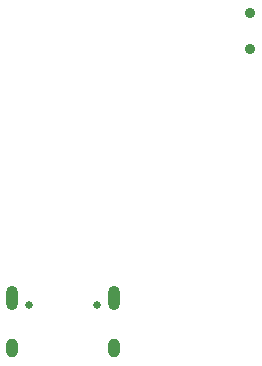
<source format=gbr>
%TF.GenerationSoftware,KiCad,Pcbnew,7.0.7*%
%TF.CreationDate,2026-01-29T00:23:00-05:00*%
%TF.ProjectId,sobc,736f6263-2e6b-4696-9361-645f70636258,rev?*%
%TF.SameCoordinates,Original*%
%TF.FileFunction,Soldermask,Bot*%
%TF.FilePolarity,Negative*%
%FSLAX46Y46*%
G04 Gerber Fmt 4.6, Leading zero omitted, Abs format (unit mm)*
G04 Created by KiCad (PCBNEW 7.0.7) date 2026-01-29 00:23:00*
%MOMM*%
%LPD*%
G01*
G04 APERTURE LIST*
%ADD10C,0.650000*%
%ADD11O,1.000000X2.100000*%
%ADD12O,1.000000X1.600000*%
%ADD13C,0.900000*%
G04 APERTURE END LIST*
D10*
%TO.C,J3*%
X244730000Y-112930000D03*
X250510000Y-112930000D03*
D11*
X243300000Y-112400000D03*
D12*
X243300000Y-116580000D03*
D11*
X251940000Y-112400000D03*
D12*
X251940000Y-116580000D03*
%TD*%
D13*
%TO.C,SW1*%
X263480000Y-91270000D03*
X263480000Y-88270000D03*
%TD*%
M02*

</source>
